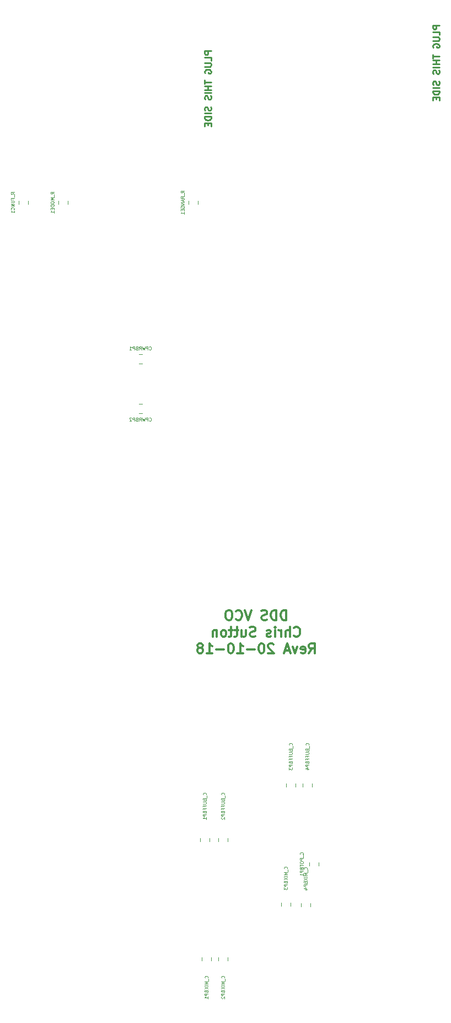
<source format=gbr>
G04 #@! TF.GenerationSoftware,KiCad,Pcbnew,(5.0.0)*
G04 #@! TF.CreationDate,2018-10-20T19:08:45+01:00*
G04 #@! TF.ProjectId,AD9833FunctionGenerator,41443938333346756E6374696F6E4765,rev?*
G04 #@! TF.SameCoordinates,Original*
G04 #@! TF.FileFunction,Legend,Bot*
G04 #@! TF.FilePolarity,Positive*
%FSLAX46Y46*%
G04 Gerber Fmt 4.6, Leading zero omitted, Abs format (unit mm)*
G04 Created by KiCad (PCBNEW (5.0.0)) date 10/20/18 19:08:45*
%MOMM*%
%LPD*%
G01*
G04 APERTURE LIST*
%ADD10C,0.300000*%
%ADD11C,0.250000*%
%ADD12C,0.120000*%
%ADD13C,0.050000*%
G04 APERTURE END LIST*
D10*
X98587142Y-161958571D02*
X98587142Y-160458571D01*
X98230000Y-160458571D01*
X98015714Y-160530000D01*
X97872857Y-160672857D01*
X97801428Y-160815714D01*
X97730000Y-161101428D01*
X97730000Y-161315714D01*
X97801428Y-161601428D01*
X97872857Y-161744285D01*
X98015714Y-161887142D01*
X98230000Y-161958571D01*
X98587142Y-161958571D01*
X97087142Y-161958571D02*
X97087142Y-160458571D01*
X96730000Y-160458571D01*
X96515714Y-160530000D01*
X96372857Y-160672857D01*
X96301428Y-160815714D01*
X96230000Y-161101428D01*
X96230000Y-161315714D01*
X96301428Y-161601428D01*
X96372857Y-161744285D01*
X96515714Y-161887142D01*
X96730000Y-161958571D01*
X97087142Y-161958571D01*
X95658571Y-161887142D02*
X95444285Y-161958571D01*
X95087142Y-161958571D01*
X94944285Y-161887142D01*
X94872857Y-161815714D01*
X94801428Y-161672857D01*
X94801428Y-161530000D01*
X94872857Y-161387142D01*
X94944285Y-161315714D01*
X95087142Y-161244285D01*
X95372857Y-161172857D01*
X95515714Y-161101428D01*
X95587142Y-161030000D01*
X95658571Y-160887142D01*
X95658571Y-160744285D01*
X95587142Y-160601428D01*
X95515714Y-160530000D01*
X95372857Y-160458571D01*
X95015714Y-160458571D01*
X94801428Y-160530000D01*
X93230000Y-160458571D02*
X92730000Y-161958571D01*
X92230000Y-160458571D01*
X90872857Y-161815714D02*
X90944285Y-161887142D01*
X91158571Y-161958571D01*
X91301428Y-161958571D01*
X91515714Y-161887142D01*
X91658571Y-161744285D01*
X91730000Y-161601428D01*
X91801428Y-161315714D01*
X91801428Y-161101428D01*
X91730000Y-160815714D01*
X91658571Y-160672857D01*
X91515714Y-160530000D01*
X91301428Y-160458571D01*
X91158571Y-160458571D01*
X90944285Y-160530000D01*
X90872857Y-160601428D01*
X89944285Y-160458571D02*
X89658571Y-160458571D01*
X89515714Y-160530000D01*
X89372857Y-160672857D01*
X89301428Y-160958571D01*
X89301428Y-161458571D01*
X89372857Y-161744285D01*
X89515714Y-161887142D01*
X89658571Y-161958571D01*
X89944285Y-161958571D01*
X90087142Y-161887142D01*
X90230000Y-161744285D01*
X90301428Y-161458571D01*
X90301428Y-160958571D01*
X90230000Y-160672857D01*
X90087142Y-160530000D01*
X89944285Y-160458571D01*
X99801428Y-164365714D02*
X99872857Y-164437142D01*
X100087142Y-164508571D01*
X100230000Y-164508571D01*
X100444285Y-164437142D01*
X100587142Y-164294285D01*
X100658571Y-164151428D01*
X100730000Y-163865714D01*
X100730000Y-163651428D01*
X100658571Y-163365714D01*
X100587142Y-163222857D01*
X100444285Y-163080000D01*
X100230000Y-163008571D01*
X100087142Y-163008571D01*
X99872857Y-163080000D01*
X99801428Y-163151428D01*
X99158571Y-164508571D02*
X99158571Y-163008571D01*
X98515714Y-164508571D02*
X98515714Y-163722857D01*
X98587142Y-163580000D01*
X98730000Y-163508571D01*
X98944285Y-163508571D01*
X99087142Y-163580000D01*
X99158571Y-163651428D01*
X97801428Y-164508571D02*
X97801428Y-163508571D01*
X97801428Y-163794285D02*
X97730000Y-163651428D01*
X97658571Y-163580000D01*
X97515714Y-163508571D01*
X97372857Y-163508571D01*
X96872857Y-164508571D02*
X96872857Y-163508571D01*
X96872857Y-163008571D02*
X96944285Y-163080000D01*
X96872857Y-163151428D01*
X96801428Y-163080000D01*
X96872857Y-163008571D01*
X96872857Y-163151428D01*
X96230000Y-164437142D02*
X96087142Y-164508571D01*
X95801428Y-164508571D01*
X95658571Y-164437142D01*
X95587142Y-164294285D01*
X95587142Y-164222857D01*
X95658571Y-164080000D01*
X95801428Y-164008571D01*
X96015714Y-164008571D01*
X96158571Y-163937142D01*
X96230000Y-163794285D01*
X96230000Y-163722857D01*
X96158571Y-163580000D01*
X96015714Y-163508571D01*
X95801428Y-163508571D01*
X95658571Y-163580000D01*
X93872857Y-164437142D02*
X93658571Y-164508571D01*
X93301428Y-164508571D01*
X93158571Y-164437142D01*
X93087142Y-164365714D01*
X93015714Y-164222857D01*
X93015714Y-164080000D01*
X93087142Y-163937142D01*
X93158571Y-163865714D01*
X93301428Y-163794285D01*
X93587142Y-163722857D01*
X93730000Y-163651428D01*
X93801428Y-163580000D01*
X93872857Y-163437142D01*
X93872857Y-163294285D01*
X93801428Y-163151428D01*
X93730000Y-163080000D01*
X93587142Y-163008571D01*
X93230000Y-163008571D01*
X93015714Y-163080000D01*
X91730000Y-163508571D02*
X91730000Y-164508571D01*
X92372857Y-163508571D02*
X92372857Y-164294285D01*
X92301428Y-164437142D01*
X92158571Y-164508571D01*
X91944285Y-164508571D01*
X91801428Y-164437142D01*
X91730000Y-164365714D01*
X91230000Y-163508571D02*
X90658571Y-163508571D01*
X91015714Y-163008571D02*
X91015714Y-164294285D01*
X90944285Y-164437142D01*
X90801428Y-164508571D01*
X90658571Y-164508571D01*
X90372857Y-163508571D02*
X89801428Y-163508571D01*
X90158571Y-163008571D02*
X90158571Y-164294285D01*
X90087142Y-164437142D01*
X89944285Y-164508571D01*
X89801428Y-164508571D01*
X89087142Y-164508571D02*
X89230000Y-164437142D01*
X89301428Y-164365714D01*
X89372857Y-164222857D01*
X89372857Y-163794285D01*
X89301428Y-163651428D01*
X89230000Y-163580000D01*
X89087142Y-163508571D01*
X88872857Y-163508571D01*
X88730000Y-163580000D01*
X88658571Y-163651428D01*
X88587142Y-163794285D01*
X88587142Y-164222857D01*
X88658571Y-164365714D01*
X88730000Y-164437142D01*
X88872857Y-164508571D01*
X89087142Y-164508571D01*
X87944285Y-163508571D02*
X87944285Y-164508571D01*
X87944285Y-163651428D02*
X87872857Y-163580000D01*
X87730000Y-163508571D01*
X87515714Y-163508571D01*
X87372857Y-163580000D01*
X87301428Y-163722857D01*
X87301428Y-164508571D01*
X102087142Y-167058571D02*
X102587142Y-166344285D01*
X102944285Y-167058571D02*
X102944285Y-165558571D01*
X102372857Y-165558571D01*
X102230000Y-165630000D01*
X102158571Y-165701428D01*
X102087142Y-165844285D01*
X102087142Y-166058571D01*
X102158571Y-166201428D01*
X102230000Y-166272857D01*
X102372857Y-166344285D01*
X102944285Y-166344285D01*
X100872857Y-166987142D02*
X101015714Y-167058571D01*
X101301428Y-167058571D01*
X101444285Y-166987142D01*
X101515714Y-166844285D01*
X101515714Y-166272857D01*
X101444285Y-166130000D01*
X101301428Y-166058571D01*
X101015714Y-166058571D01*
X100872857Y-166130000D01*
X100801428Y-166272857D01*
X100801428Y-166415714D01*
X101515714Y-166558571D01*
X100301428Y-166058571D02*
X99944285Y-167058571D01*
X99587142Y-166058571D01*
X99087142Y-166630000D02*
X98372857Y-166630000D01*
X99230000Y-167058571D02*
X98730000Y-165558571D01*
X98230000Y-167058571D01*
X96658571Y-165701428D02*
X96587142Y-165630000D01*
X96444285Y-165558571D01*
X96087142Y-165558571D01*
X95944285Y-165630000D01*
X95872857Y-165701428D01*
X95801428Y-165844285D01*
X95801428Y-165987142D01*
X95872857Y-166201428D01*
X96730000Y-167058571D01*
X95801428Y-167058571D01*
X94872857Y-165558571D02*
X94730000Y-165558571D01*
X94587142Y-165630000D01*
X94515714Y-165701428D01*
X94444285Y-165844285D01*
X94372857Y-166130000D01*
X94372857Y-166487142D01*
X94444285Y-166772857D01*
X94515714Y-166915714D01*
X94587142Y-166987142D01*
X94730000Y-167058571D01*
X94872857Y-167058571D01*
X95015714Y-166987142D01*
X95087142Y-166915714D01*
X95158571Y-166772857D01*
X95230000Y-166487142D01*
X95230000Y-166130000D01*
X95158571Y-165844285D01*
X95087142Y-165701428D01*
X95015714Y-165630000D01*
X94872857Y-165558571D01*
X93730000Y-166487142D02*
X92587142Y-166487142D01*
X91087142Y-167058571D02*
X91944285Y-167058571D01*
X91515714Y-167058571D02*
X91515714Y-165558571D01*
X91658571Y-165772857D01*
X91801428Y-165915714D01*
X91944285Y-165987142D01*
X90158571Y-165558571D02*
X90015714Y-165558571D01*
X89872857Y-165630000D01*
X89801428Y-165701428D01*
X89730000Y-165844285D01*
X89658571Y-166130000D01*
X89658571Y-166487142D01*
X89730000Y-166772857D01*
X89801428Y-166915714D01*
X89872857Y-166987142D01*
X90015714Y-167058571D01*
X90158571Y-167058571D01*
X90301428Y-166987142D01*
X90372857Y-166915714D01*
X90444285Y-166772857D01*
X90515714Y-166487142D01*
X90515714Y-166130000D01*
X90444285Y-165844285D01*
X90372857Y-165701428D01*
X90301428Y-165630000D01*
X90158571Y-165558571D01*
X89015714Y-166487142D02*
X87872857Y-166487142D01*
X86372857Y-167058571D02*
X87230000Y-167058571D01*
X86801428Y-167058571D02*
X86801428Y-165558571D01*
X86944285Y-165772857D01*
X87087142Y-165915714D01*
X87230000Y-165987142D01*
X85515714Y-166201428D02*
X85658571Y-166130000D01*
X85730000Y-166058571D01*
X85801428Y-165915714D01*
X85801428Y-165844285D01*
X85730000Y-165701428D01*
X85658571Y-165630000D01*
X85515714Y-165558571D01*
X85230000Y-165558571D01*
X85087142Y-165630000D01*
X85015714Y-165701428D01*
X84944285Y-165844285D01*
X84944285Y-165915714D01*
X85015714Y-166058571D01*
X85087142Y-166130000D01*
X85230000Y-166201428D01*
X85515714Y-166201428D01*
X85658571Y-166272857D01*
X85730000Y-166344285D01*
X85801428Y-166487142D01*
X85801428Y-166772857D01*
X85730000Y-166915714D01*
X85658571Y-166987142D01*
X85515714Y-167058571D01*
X85230000Y-167058571D01*
X85087142Y-166987142D01*
X85015714Y-166915714D01*
X84944285Y-166772857D01*
X84944285Y-166487142D01*
X85015714Y-166344285D01*
X85087142Y-166272857D01*
X85230000Y-166201428D01*
D11*
X87066380Y-74652904D02*
X86066380Y-74652904D01*
X86066380Y-75033857D01*
X86114000Y-75129095D01*
X86161619Y-75176714D01*
X86256857Y-75224333D01*
X86399714Y-75224333D01*
X86494952Y-75176714D01*
X86542571Y-75129095D01*
X86590190Y-75033857D01*
X86590190Y-74652904D01*
X87066380Y-76129095D02*
X87066380Y-75652904D01*
X86066380Y-75652904D01*
X86066380Y-76462428D02*
X86875904Y-76462428D01*
X86971142Y-76510047D01*
X87018761Y-76557666D01*
X87066380Y-76652904D01*
X87066380Y-76843380D01*
X87018761Y-76938619D01*
X86971142Y-76986238D01*
X86875904Y-77033857D01*
X86066380Y-77033857D01*
X86114000Y-78033857D02*
X86066380Y-77938619D01*
X86066380Y-77795761D01*
X86114000Y-77652904D01*
X86209238Y-77557666D01*
X86304476Y-77510047D01*
X86494952Y-77462428D01*
X86637809Y-77462428D01*
X86828285Y-77510047D01*
X86923523Y-77557666D01*
X87018761Y-77652904D01*
X87066380Y-77795761D01*
X87066380Y-77891000D01*
X87018761Y-78033857D01*
X86971142Y-78081476D01*
X86637809Y-78081476D01*
X86637809Y-77891000D01*
X86066380Y-79129095D02*
X86066380Y-79700523D01*
X87066380Y-79414809D02*
X86066380Y-79414809D01*
X87066380Y-80033857D02*
X86066380Y-80033857D01*
X86542571Y-80033857D02*
X86542571Y-80605285D01*
X87066380Y-80605285D02*
X86066380Y-80605285D01*
X87066380Y-81081476D02*
X86066380Y-81081476D01*
X87018761Y-81510047D02*
X87066380Y-81652904D01*
X87066380Y-81891000D01*
X87018761Y-81986238D01*
X86971142Y-82033857D01*
X86875904Y-82081476D01*
X86780666Y-82081476D01*
X86685428Y-82033857D01*
X86637809Y-81986238D01*
X86590190Y-81891000D01*
X86542571Y-81700523D01*
X86494952Y-81605285D01*
X86447333Y-81557666D01*
X86352095Y-81510047D01*
X86256857Y-81510047D01*
X86161619Y-81557666D01*
X86114000Y-81605285D01*
X86066380Y-81700523D01*
X86066380Y-81938619D01*
X86114000Y-82081476D01*
X87018761Y-83224333D02*
X87066380Y-83367190D01*
X87066380Y-83605285D01*
X87018761Y-83700523D01*
X86971142Y-83748142D01*
X86875904Y-83795761D01*
X86780666Y-83795761D01*
X86685428Y-83748142D01*
X86637809Y-83700523D01*
X86590190Y-83605285D01*
X86542571Y-83414809D01*
X86494952Y-83319571D01*
X86447333Y-83271952D01*
X86352095Y-83224333D01*
X86256857Y-83224333D01*
X86161619Y-83271952D01*
X86114000Y-83319571D01*
X86066380Y-83414809D01*
X86066380Y-83652904D01*
X86114000Y-83795761D01*
X87066380Y-84224333D02*
X86066380Y-84224333D01*
X87066380Y-84700523D02*
X86066380Y-84700523D01*
X86066380Y-84938619D01*
X86114000Y-85081476D01*
X86209238Y-85176714D01*
X86304476Y-85224333D01*
X86494952Y-85271952D01*
X86637809Y-85271952D01*
X86828285Y-85224333D01*
X86923523Y-85176714D01*
X87018761Y-85081476D01*
X87066380Y-84938619D01*
X87066380Y-84700523D01*
X86542571Y-85700523D02*
X86542571Y-86033857D01*
X87066380Y-86176714D02*
X87066380Y-85700523D01*
X86066380Y-85700523D01*
X86066380Y-86176714D01*
X122118380Y-70715904D02*
X121118380Y-70715904D01*
X121118380Y-71096857D01*
X121166000Y-71192095D01*
X121213619Y-71239714D01*
X121308857Y-71287333D01*
X121451714Y-71287333D01*
X121546952Y-71239714D01*
X121594571Y-71192095D01*
X121642190Y-71096857D01*
X121642190Y-70715904D01*
X122118380Y-72192095D02*
X122118380Y-71715904D01*
X121118380Y-71715904D01*
X121118380Y-72525428D02*
X121927904Y-72525428D01*
X122023142Y-72573047D01*
X122070761Y-72620666D01*
X122118380Y-72715904D01*
X122118380Y-72906380D01*
X122070761Y-73001619D01*
X122023142Y-73049238D01*
X121927904Y-73096857D01*
X121118380Y-73096857D01*
X121166000Y-74096857D02*
X121118380Y-74001619D01*
X121118380Y-73858761D01*
X121166000Y-73715904D01*
X121261238Y-73620666D01*
X121356476Y-73573047D01*
X121546952Y-73525428D01*
X121689809Y-73525428D01*
X121880285Y-73573047D01*
X121975523Y-73620666D01*
X122070761Y-73715904D01*
X122118380Y-73858761D01*
X122118380Y-73954000D01*
X122070761Y-74096857D01*
X122023142Y-74144476D01*
X121689809Y-74144476D01*
X121689809Y-73954000D01*
X121118380Y-75192095D02*
X121118380Y-75763523D01*
X122118380Y-75477809D02*
X121118380Y-75477809D01*
X122118380Y-76096857D02*
X121118380Y-76096857D01*
X121594571Y-76096857D02*
X121594571Y-76668285D01*
X122118380Y-76668285D02*
X121118380Y-76668285D01*
X122118380Y-77144476D02*
X121118380Y-77144476D01*
X122070761Y-77573047D02*
X122118380Y-77715904D01*
X122118380Y-77954000D01*
X122070761Y-78049238D01*
X122023142Y-78096857D01*
X121927904Y-78144476D01*
X121832666Y-78144476D01*
X121737428Y-78096857D01*
X121689809Y-78049238D01*
X121642190Y-77954000D01*
X121594571Y-77763523D01*
X121546952Y-77668285D01*
X121499333Y-77620666D01*
X121404095Y-77573047D01*
X121308857Y-77573047D01*
X121213619Y-77620666D01*
X121166000Y-77668285D01*
X121118380Y-77763523D01*
X121118380Y-78001619D01*
X121166000Y-78144476D01*
X122070761Y-79287333D02*
X122118380Y-79430190D01*
X122118380Y-79668285D01*
X122070761Y-79763523D01*
X122023142Y-79811142D01*
X121927904Y-79858761D01*
X121832666Y-79858761D01*
X121737428Y-79811142D01*
X121689809Y-79763523D01*
X121642190Y-79668285D01*
X121594571Y-79477809D01*
X121546952Y-79382571D01*
X121499333Y-79334952D01*
X121404095Y-79287333D01*
X121308857Y-79287333D01*
X121213619Y-79334952D01*
X121166000Y-79382571D01*
X121118380Y-79477809D01*
X121118380Y-79715904D01*
X121166000Y-79858761D01*
X122118380Y-80287333D02*
X121118380Y-80287333D01*
X122118380Y-80763523D02*
X121118380Y-80763523D01*
X121118380Y-81001619D01*
X121166000Y-81144476D01*
X121261238Y-81239714D01*
X121356476Y-81287333D01*
X121546952Y-81334952D01*
X121689809Y-81334952D01*
X121880285Y-81287333D01*
X121975523Y-81239714D01*
X122070761Y-81144476D01*
X122118380Y-81001619D01*
X122118380Y-80763523D01*
X121594571Y-81763523D02*
X121594571Y-82096857D01*
X122118380Y-82239714D02*
X122118380Y-81763523D01*
X121118380Y-81763523D01*
X121118380Y-82239714D01*
D12*
G04 #@! TO.C,R_RANGE1*
X83618000Y-97619446D02*
X83618000Y-98141950D01*
X85038000Y-97619446D02*
X85038000Y-98141950D01*
G04 #@! TO.C,C_BUFFBP1*
X85396000Y-195433225D02*
X85396000Y-195955729D01*
X86816000Y-195433225D02*
X86816000Y-195955729D01*
G04 #@! TO.C,R_MODE1*
X65045681Y-97619446D02*
X65045681Y-98141950D01*
X63625681Y-97619446D02*
X63625681Y-98141950D01*
G04 #@! TO.C,C_POTBP1*
X103580000Y-199651252D02*
X103580000Y-199128748D01*
X102160000Y-199651252D02*
X102160000Y-199128748D01*
G04 #@! TO.C,C_BUFFBP2*
X89610000Y-195433225D02*
X89610000Y-195955729D01*
X88190000Y-195433225D02*
X88190000Y-195955729D01*
G04 #@! TO.C,C_BUFFBP3*
X100024000Y-187586252D02*
X100024000Y-187063748D01*
X98604000Y-187586252D02*
X98604000Y-187063748D01*
G04 #@! TO.C,C_BUFFBP4*
X101144000Y-187586252D02*
X101144000Y-187063748D01*
X102564000Y-187586252D02*
X102564000Y-187063748D01*
G04 #@! TO.C,C_MIXBP1*
X85650000Y-213733748D02*
X85650000Y-214256252D01*
X87070000Y-213733748D02*
X87070000Y-214256252D01*
G04 #@! TO.C,C_MIXBP2*
X88190000Y-213733748D02*
X88190000Y-214256252D01*
X89610000Y-213733748D02*
X89610000Y-214256252D01*
G04 #@! TO.C,C_MIXBP3*
X97842000Y-205874252D02*
X97842000Y-205351748D01*
X99262000Y-205874252D02*
X99262000Y-205351748D01*
G04 #@! TO.C,C_MIXBP4*
X100890000Y-205950870D02*
X100890000Y-205428366D01*
X102310000Y-205950870D02*
X102310000Y-205428366D01*
G04 #@! TO.C,R_FUNC1*
X57529681Y-97619446D02*
X57529681Y-98141950D01*
X58949681Y-97619446D02*
X58949681Y-98141950D01*
G04 #@! TO.C,CPWRBP1*
X76461252Y-121210000D02*
X75938748Y-121210000D01*
X76461252Y-122630000D02*
X75938748Y-122630000D01*
G04 #@! TO.C,CPWRBP2*
X75938748Y-128830000D02*
X76461252Y-128830000D01*
X75938748Y-130250000D02*
X76461252Y-130250000D01*
G04 #@! TO.C,R_RANGE1*
D13*
X82904190Y-96404507D02*
X82666095Y-96237840D01*
X82904190Y-96118793D02*
X82404190Y-96118793D01*
X82404190Y-96309269D01*
X82428000Y-96356888D01*
X82451809Y-96380698D01*
X82499428Y-96404507D01*
X82570857Y-96404507D01*
X82618476Y-96380698D01*
X82642285Y-96356888D01*
X82666095Y-96309269D01*
X82666095Y-96118793D01*
X82951809Y-96499745D02*
X82951809Y-96880698D01*
X82904190Y-97285459D02*
X82666095Y-97118793D01*
X82904190Y-96999745D02*
X82404190Y-96999745D01*
X82404190Y-97190221D01*
X82428000Y-97237840D01*
X82451809Y-97261650D01*
X82499428Y-97285459D01*
X82570857Y-97285459D01*
X82618476Y-97261650D01*
X82642285Y-97237840D01*
X82666095Y-97190221D01*
X82666095Y-96999745D01*
X82761333Y-97475936D02*
X82761333Y-97714031D01*
X82904190Y-97428317D02*
X82404190Y-97594983D01*
X82904190Y-97761650D01*
X82904190Y-97928317D02*
X82404190Y-97928317D01*
X82904190Y-98214031D01*
X82404190Y-98214031D01*
X82428000Y-98714031D02*
X82404190Y-98666412D01*
X82404190Y-98594983D01*
X82428000Y-98523555D01*
X82475619Y-98475936D01*
X82523238Y-98452126D01*
X82618476Y-98428317D01*
X82689904Y-98428317D01*
X82785142Y-98452126D01*
X82832761Y-98475936D01*
X82880380Y-98523555D01*
X82904190Y-98594983D01*
X82904190Y-98642602D01*
X82880380Y-98714031D01*
X82856571Y-98737840D01*
X82689904Y-98737840D01*
X82689904Y-98642602D01*
X82642285Y-98952126D02*
X82642285Y-99118793D01*
X82904190Y-99190221D02*
X82904190Y-98952126D01*
X82404190Y-98952126D01*
X82404190Y-99190221D01*
X82904190Y-99666412D02*
X82904190Y-99380698D01*
X82904190Y-99523555D02*
X82404190Y-99523555D01*
X82475619Y-99475936D01*
X82523238Y-99428317D01*
X82547047Y-99380698D01*
G04 #@! TO.C,C_BUFFBP1*
X86284571Y-188785714D02*
X86308380Y-188761904D01*
X86332190Y-188690476D01*
X86332190Y-188642857D01*
X86308380Y-188571428D01*
X86260761Y-188523809D01*
X86213142Y-188500000D01*
X86117904Y-188476190D01*
X86046476Y-188476190D01*
X85951238Y-188500000D01*
X85903619Y-188523809D01*
X85856000Y-188571428D01*
X85832190Y-188642857D01*
X85832190Y-188690476D01*
X85856000Y-188761904D01*
X85879809Y-188785714D01*
X86379809Y-188880952D02*
X86379809Y-189261904D01*
X86070285Y-189547619D02*
X86094095Y-189619047D01*
X86117904Y-189642857D01*
X86165523Y-189666666D01*
X86236952Y-189666666D01*
X86284571Y-189642857D01*
X86308380Y-189619047D01*
X86332190Y-189571428D01*
X86332190Y-189380952D01*
X85832190Y-189380952D01*
X85832190Y-189547619D01*
X85856000Y-189595238D01*
X85879809Y-189619047D01*
X85927428Y-189642857D01*
X85975047Y-189642857D01*
X86022666Y-189619047D01*
X86046476Y-189595238D01*
X86070285Y-189547619D01*
X86070285Y-189380952D01*
X85832190Y-189880952D02*
X86236952Y-189880952D01*
X86284571Y-189904761D01*
X86308380Y-189928571D01*
X86332190Y-189976190D01*
X86332190Y-190071428D01*
X86308380Y-190119047D01*
X86284571Y-190142857D01*
X86236952Y-190166666D01*
X85832190Y-190166666D01*
X86070285Y-190571428D02*
X86070285Y-190404761D01*
X86332190Y-190404761D02*
X85832190Y-190404761D01*
X85832190Y-190642857D01*
X86070285Y-191000000D02*
X86070285Y-190833333D01*
X86332190Y-190833333D02*
X85832190Y-190833333D01*
X85832190Y-191071428D01*
X86070285Y-191428571D02*
X86094095Y-191500000D01*
X86117904Y-191523809D01*
X86165523Y-191547619D01*
X86236952Y-191547619D01*
X86284571Y-191523809D01*
X86308380Y-191500000D01*
X86332190Y-191452380D01*
X86332190Y-191261904D01*
X85832190Y-191261904D01*
X85832190Y-191428571D01*
X85856000Y-191476190D01*
X85879809Y-191500000D01*
X85927428Y-191523809D01*
X85975047Y-191523809D01*
X86022666Y-191500000D01*
X86046476Y-191476190D01*
X86070285Y-191428571D01*
X86070285Y-191261904D01*
X86332190Y-191761904D02*
X85832190Y-191761904D01*
X85832190Y-191952380D01*
X85856000Y-192000000D01*
X85879809Y-192023809D01*
X85927428Y-192047619D01*
X85998857Y-192047619D01*
X86046476Y-192023809D01*
X86070285Y-192000000D01*
X86094095Y-191952380D01*
X86094095Y-191761904D01*
X86332190Y-192523809D02*
X86332190Y-192238095D01*
X86332190Y-192380952D02*
X85832190Y-192380952D01*
X85903619Y-192333333D01*
X85951238Y-192285714D01*
X85975047Y-192238095D01*
G04 #@! TO.C,R_MODE1*
X62911871Y-96583078D02*
X62673776Y-96416412D01*
X62911871Y-96297364D02*
X62411871Y-96297364D01*
X62411871Y-96487840D01*
X62435681Y-96535459D01*
X62459490Y-96559269D01*
X62507109Y-96583078D01*
X62578538Y-96583078D01*
X62626157Y-96559269D01*
X62649966Y-96535459D01*
X62673776Y-96487840D01*
X62673776Y-96297364D01*
X62959490Y-96678317D02*
X62959490Y-97059269D01*
X62911871Y-97178317D02*
X62411871Y-97178317D01*
X62769014Y-97344983D01*
X62411871Y-97511650D01*
X62911871Y-97511650D01*
X62411871Y-97844983D02*
X62411871Y-97940221D01*
X62435681Y-97987840D01*
X62483300Y-98035459D01*
X62578538Y-98059269D01*
X62745204Y-98059269D01*
X62840442Y-98035459D01*
X62888061Y-97987840D01*
X62911871Y-97940221D01*
X62911871Y-97844983D01*
X62888061Y-97797364D01*
X62840442Y-97749745D01*
X62745204Y-97725936D01*
X62578538Y-97725936D01*
X62483300Y-97749745D01*
X62435681Y-97797364D01*
X62411871Y-97844983D01*
X62911871Y-98273555D02*
X62411871Y-98273555D01*
X62411871Y-98392602D01*
X62435681Y-98464031D01*
X62483300Y-98511650D01*
X62530919Y-98535459D01*
X62626157Y-98559269D01*
X62697585Y-98559269D01*
X62792823Y-98535459D01*
X62840442Y-98511650D01*
X62888061Y-98464031D01*
X62911871Y-98392602D01*
X62911871Y-98273555D01*
X62649966Y-98773555D02*
X62649966Y-98940221D01*
X62911871Y-99011650D02*
X62911871Y-98773555D01*
X62411871Y-98773555D01*
X62411871Y-99011650D01*
X62911871Y-99487840D02*
X62911871Y-99202126D01*
X62911871Y-99344983D02*
X62411871Y-99344983D01*
X62483300Y-99297364D01*
X62530919Y-99249745D01*
X62554728Y-99202126D01*
G04 #@! TO.C,C_POTBP1*
X101143571Y-197913809D02*
X101167380Y-197890000D01*
X101191190Y-197818571D01*
X101191190Y-197770952D01*
X101167380Y-197699523D01*
X101119761Y-197651904D01*
X101072142Y-197628095D01*
X100976904Y-197604285D01*
X100905476Y-197604285D01*
X100810238Y-197628095D01*
X100762619Y-197651904D01*
X100715000Y-197699523D01*
X100691190Y-197770952D01*
X100691190Y-197818571D01*
X100715000Y-197890000D01*
X100738809Y-197913809D01*
X101238809Y-198009047D02*
X101238809Y-198390000D01*
X101191190Y-198509047D02*
X100691190Y-198509047D01*
X100691190Y-198699523D01*
X100715000Y-198747142D01*
X100738809Y-198770952D01*
X100786428Y-198794761D01*
X100857857Y-198794761D01*
X100905476Y-198770952D01*
X100929285Y-198747142D01*
X100953095Y-198699523D01*
X100953095Y-198509047D01*
X100691190Y-199104285D02*
X100691190Y-199199523D01*
X100715000Y-199247142D01*
X100762619Y-199294761D01*
X100857857Y-199318571D01*
X101024523Y-199318571D01*
X101119761Y-199294761D01*
X101167380Y-199247142D01*
X101191190Y-199199523D01*
X101191190Y-199104285D01*
X101167380Y-199056666D01*
X101119761Y-199009047D01*
X101024523Y-198985238D01*
X100857857Y-198985238D01*
X100762619Y-199009047D01*
X100715000Y-199056666D01*
X100691190Y-199104285D01*
X100691190Y-199461428D02*
X100691190Y-199747142D01*
X101191190Y-199604285D02*
X100691190Y-199604285D01*
X100929285Y-200080476D02*
X100953095Y-200151904D01*
X100976904Y-200175714D01*
X101024523Y-200199523D01*
X101095952Y-200199523D01*
X101143571Y-200175714D01*
X101167380Y-200151904D01*
X101191190Y-200104285D01*
X101191190Y-199913809D01*
X100691190Y-199913809D01*
X100691190Y-200080476D01*
X100715000Y-200128095D01*
X100738809Y-200151904D01*
X100786428Y-200175714D01*
X100834047Y-200175714D01*
X100881666Y-200151904D01*
X100905476Y-200128095D01*
X100929285Y-200080476D01*
X100929285Y-199913809D01*
X101191190Y-200413809D02*
X100691190Y-200413809D01*
X100691190Y-200604285D01*
X100715000Y-200651904D01*
X100738809Y-200675714D01*
X100786428Y-200699523D01*
X100857857Y-200699523D01*
X100905476Y-200675714D01*
X100929285Y-200651904D01*
X100953095Y-200604285D01*
X100953095Y-200413809D01*
X101191190Y-201175714D02*
X101191190Y-200890000D01*
X101191190Y-201032857D02*
X100691190Y-201032857D01*
X100762619Y-200985238D01*
X100810238Y-200937619D01*
X100834047Y-200890000D01*
G04 #@! TO.C,C_BUFFBP2*
X89078571Y-188785714D02*
X89102380Y-188761904D01*
X89126190Y-188690476D01*
X89126190Y-188642857D01*
X89102380Y-188571428D01*
X89054761Y-188523809D01*
X89007142Y-188500000D01*
X88911904Y-188476190D01*
X88840476Y-188476190D01*
X88745238Y-188500000D01*
X88697619Y-188523809D01*
X88650000Y-188571428D01*
X88626190Y-188642857D01*
X88626190Y-188690476D01*
X88650000Y-188761904D01*
X88673809Y-188785714D01*
X89173809Y-188880952D02*
X89173809Y-189261904D01*
X88864285Y-189547619D02*
X88888095Y-189619047D01*
X88911904Y-189642857D01*
X88959523Y-189666666D01*
X89030952Y-189666666D01*
X89078571Y-189642857D01*
X89102380Y-189619047D01*
X89126190Y-189571428D01*
X89126190Y-189380952D01*
X88626190Y-189380952D01*
X88626190Y-189547619D01*
X88650000Y-189595238D01*
X88673809Y-189619047D01*
X88721428Y-189642857D01*
X88769047Y-189642857D01*
X88816666Y-189619047D01*
X88840476Y-189595238D01*
X88864285Y-189547619D01*
X88864285Y-189380952D01*
X88626190Y-189880952D02*
X89030952Y-189880952D01*
X89078571Y-189904761D01*
X89102380Y-189928571D01*
X89126190Y-189976190D01*
X89126190Y-190071428D01*
X89102380Y-190119047D01*
X89078571Y-190142857D01*
X89030952Y-190166666D01*
X88626190Y-190166666D01*
X88864285Y-190571428D02*
X88864285Y-190404761D01*
X89126190Y-190404761D02*
X88626190Y-190404761D01*
X88626190Y-190642857D01*
X88864285Y-191000000D02*
X88864285Y-190833333D01*
X89126190Y-190833333D02*
X88626190Y-190833333D01*
X88626190Y-191071428D01*
X88864285Y-191428571D02*
X88888095Y-191500000D01*
X88911904Y-191523809D01*
X88959523Y-191547619D01*
X89030952Y-191547619D01*
X89078571Y-191523809D01*
X89102380Y-191500000D01*
X89126190Y-191452380D01*
X89126190Y-191261904D01*
X88626190Y-191261904D01*
X88626190Y-191428571D01*
X88650000Y-191476190D01*
X88673809Y-191500000D01*
X88721428Y-191523809D01*
X88769047Y-191523809D01*
X88816666Y-191500000D01*
X88840476Y-191476190D01*
X88864285Y-191428571D01*
X88864285Y-191261904D01*
X89126190Y-191761904D02*
X88626190Y-191761904D01*
X88626190Y-191952380D01*
X88650000Y-192000000D01*
X88673809Y-192023809D01*
X88721428Y-192047619D01*
X88792857Y-192047619D01*
X88840476Y-192023809D01*
X88864285Y-192000000D01*
X88888095Y-191952380D01*
X88888095Y-191761904D01*
X88673809Y-192238095D02*
X88650000Y-192261904D01*
X88626190Y-192309523D01*
X88626190Y-192428571D01*
X88650000Y-192476190D01*
X88673809Y-192500000D01*
X88721428Y-192523809D01*
X88769047Y-192523809D01*
X88840476Y-192500000D01*
X89126190Y-192214285D01*
X89126190Y-192523809D01*
G04 #@! TO.C,C_BUFFBP3*
X99492571Y-181165714D02*
X99516380Y-181141904D01*
X99540190Y-181070476D01*
X99540190Y-181022857D01*
X99516380Y-180951428D01*
X99468761Y-180903809D01*
X99421142Y-180880000D01*
X99325904Y-180856190D01*
X99254476Y-180856190D01*
X99159238Y-180880000D01*
X99111619Y-180903809D01*
X99064000Y-180951428D01*
X99040190Y-181022857D01*
X99040190Y-181070476D01*
X99064000Y-181141904D01*
X99087809Y-181165714D01*
X99587809Y-181260952D02*
X99587809Y-181641904D01*
X99278285Y-181927619D02*
X99302095Y-181999047D01*
X99325904Y-182022857D01*
X99373523Y-182046666D01*
X99444952Y-182046666D01*
X99492571Y-182022857D01*
X99516380Y-181999047D01*
X99540190Y-181951428D01*
X99540190Y-181760952D01*
X99040190Y-181760952D01*
X99040190Y-181927619D01*
X99064000Y-181975238D01*
X99087809Y-181999047D01*
X99135428Y-182022857D01*
X99183047Y-182022857D01*
X99230666Y-181999047D01*
X99254476Y-181975238D01*
X99278285Y-181927619D01*
X99278285Y-181760952D01*
X99040190Y-182260952D02*
X99444952Y-182260952D01*
X99492571Y-182284761D01*
X99516380Y-182308571D01*
X99540190Y-182356190D01*
X99540190Y-182451428D01*
X99516380Y-182499047D01*
X99492571Y-182522857D01*
X99444952Y-182546666D01*
X99040190Y-182546666D01*
X99278285Y-182951428D02*
X99278285Y-182784761D01*
X99540190Y-182784761D02*
X99040190Y-182784761D01*
X99040190Y-183022857D01*
X99278285Y-183380000D02*
X99278285Y-183213333D01*
X99540190Y-183213333D02*
X99040190Y-183213333D01*
X99040190Y-183451428D01*
X99278285Y-183808571D02*
X99302095Y-183880000D01*
X99325904Y-183903809D01*
X99373523Y-183927619D01*
X99444952Y-183927619D01*
X99492571Y-183903809D01*
X99516380Y-183880000D01*
X99540190Y-183832380D01*
X99540190Y-183641904D01*
X99040190Y-183641904D01*
X99040190Y-183808571D01*
X99064000Y-183856190D01*
X99087809Y-183880000D01*
X99135428Y-183903809D01*
X99183047Y-183903809D01*
X99230666Y-183880000D01*
X99254476Y-183856190D01*
X99278285Y-183808571D01*
X99278285Y-183641904D01*
X99540190Y-184141904D02*
X99040190Y-184141904D01*
X99040190Y-184332380D01*
X99064000Y-184380000D01*
X99087809Y-184403809D01*
X99135428Y-184427619D01*
X99206857Y-184427619D01*
X99254476Y-184403809D01*
X99278285Y-184380000D01*
X99302095Y-184332380D01*
X99302095Y-184141904D01*
X99040190Y-184594285D02*
X99040190Y-184903809D01*
X99230666Y-184737142D01*
X99230666Y-184808571D01*
X99254476Y-184856190D01*
X99278285Y-184880000D01*
X99325904Y-184903809D01*
X99444952Y-184903809D01*
X99492571Y-184880000D01*
X99516380Y-184856190D01*
X99540190Y-184808571D01*
X99540190Y-184665714D01*
X99516380Y-184618095D01*
X99492571Y-184594285D01*
G04 #@! TO.C,C_BUFFBP4*
X102032571Y-181165714D02*
X102056380Y-181141904D01*
X102080190Y-181070476D01*
X102080190Y-181022857D01*
X102056380Y-180951428D01*
X102008761Y-180903809D01*
X101961142Y-180880000D01*
X101865904Y-180856190D01*
X101794476Y-180856190D01*
X101699238Y-180880000D01*
X101651619Y-180903809D01*
X101604000Y-180951428D01*
X101580190Y-181022857D01*
X101580190Y-181070476D01*
X101604000Y-181141904D01*
X101627809Y-181165714D01*
X102127809Y-181260952D02*
X102127809Y-181641904D01*
X101818285Y-181927619D02*
X101842095Y-181999047D01*
X101865904Y-182022857D01*
X101913523Y-182046666D01*
X101984952Y-182046666D01*
X102032571Y-182022857D01*
X102056380Y-181999047D01*
X102080190Y-181951428D01*
X102080190Y-181760952D01*
X101580190Y-181760952D01*
X101580190Y-181927619D01*
X101604000Y-181975238D01*
X101627809Y-181999047D01*
X101675428Y-182022857D01*
X101723047Y-182022857D01*
X101770666Y-181999047D01*
X101794476Y-181975238D01*
X101818285Y-181927619D01*
X101818285Y-181760952D01*
X101580190Y-182260952D02*
X101984952Y-182260952D01*
X102032571Y-182284761D01*
X102056380Y-182308571D01*
X102080190Y-182356190D01*
X102080190Y-182451428D01*
X102056380Y-182499047D01*
X102032571Y-182522857D01*
X101984952Y-182546666D01*
X101580190Y-182546666D01*
X101818285Y-182951428D02*
X101818285Y-182784761D01*
X102080190Y-182784761D02*
X101580190Y-182784761D01*
X101580190Y-183022857D01*
X101818285Y-183380000D02*
X101818285Y-183213333D01*
X102080190Y-183213333D02*
X101580190Y-183213333D01*
X101580190Y-183451428D01*
X101818285Y-183808571D02*
X101842095Y-183880000D01*
X101865904Y-183903809D01*
X101913523Y-183927619D01*
X101984952Y-183927619D01*
X102032571Y-183903809D01*
X102056380Y-183880000D01*
X102080190Y-183832380D01*
X102080190Y-183641904D01*
X101580190Y-183641904D01*
X101580190Y-183808571D01*
X101604000Y-183856190D01*
X101627809Y-183880000D01*
X101675428Y-183903809D01*
X101723047Y-183903809D01*
X101770666Y-183880000D01*
X101794476Y-183856190D01*
X101818285Y-183808571D01*
X101818285Y-183641904D01*
X102080190Y-184141904D02*
X101580190Y-184141904D01*
X101580190Y-184332380D01*
X101604000Y-184380000D01*
X101627809Y-184403809D01*
X101675428Y-184427619D01*
X101746857Y-184427619D01*
X101794476Y-184403809D01*
X101818285Y-184380000D01*
X101842095Y-184332380D01*
X101842095Y-184141904D01*
X101746857Y-184856190D02*
X102080190Y-184856190D01*
X101556380Y-184737142D02*
X101913523Y-184618095D01*
X101913523Y-184927619D01*
G04 #@! TO.C,C_MIXBP1*
X86538571Y-216896333D02*
X86562380Y-216872523D01*
X86586190Y-216801095D01*
X86586190Y-216753476D01*
X86562380Y-216682047D01*
X86514761Y-216634428D01*
X86467142Y-216610619D01*
X86371904Y-216586809D01*
X86300476Y-216586809D01*
X86205238Y-216610619D01*
X86157619Y-216634428D01*
X86110000Y-216682047D01*
X86086190Y-216753476D01*
X86086190Y-216801095D01*
X86110000Y-216872523D01*
X86133809Y-216896333D01*
X86633809Y-216991571D02*
X86633809Y-217372523D01*
X86586190Y-217491571D02*
X86086190Y-217491571D01*
X86443333Y-217658238D01*
X86086190Y-217824904D01*
X86586190Y-217824904D01*
X86586190Y-218063000D02*
X86086190Y-218063000D01*
X86086190Y-218253476D02*
X86586190Y-218586809D01*
X86086190Y-218586809D02*
X86586190Y-218253476D01*
X86324285Y-218943952D02*
X86348095Y-219015380D01*
X86371904Y-219039190D01*
X86419523Y-219063000D01*
X86490952Y-219063000D01*
X86538571Y-219039190D01*
X86562380Y-219015380D01*
X86586190Y-218967761D01*
X86586190Y-218777285D01*
X86086190Y-218777285D01*
X86086190Y-218943952D01*
X86110000Y-218991571D01*
X86133809Y-219015380D01*
X86181428Y-219039190D01*
X86229047Y-219039190D01*
X86276666Y-219015380D01*
X86300476Y-218991571D01*
X86324285Y-218943952D01*
X86324285Y-218777285D01*
X86586190Y-219277285D02*
X86086190Y-219277285D01*
X86086190Y-219467761D01*
X86110000Y-219515380D01*
X86133809Y-219539190D01*
X86181428Y-219563000D01*
X86252857Y-219563000D01*
X86300476Y-219539190D01*
X86324285Y-219515380D01*
X86348095Y-219467761D01*
X86348095Y-219277285D01*
X86586190Y-220039190D02*
X86586190Y-219753476D01*
X86586190Y-219896333D02*
X86086190Y-219896333D01*
X86157619Y-219848714D01*
X86205238Y-219801095D01*
X86229047Y-219753476D01*
G04 #@! TO.C,C_MIXBP2*
X89078571Y-216896333D02*
X89102380Y-216872523D01*
X89126190Y-216801095D01*
X89126190Y-216753476D01*
X89102380Y-216682047D01*
X89054761Y-216634428D01*
X89007142Y-216610619D01*
X88911904Y-216586809D01*
X88840476Y-216586809D01*
X88745238Y-216610619D01*
X88697619Y-216634428D01*
X88650000Y-216682047D01*
X88626190Y-216753476D01*
X88626190Y-216801095D01*
X88650000Y-216872523D01*
X88673809Y-216896333D01*
X89173809Y-216991571D02*
X89173809Y-217372523D01*
X89126190Y-217491571D02*
X88626190Y-217491571D01*
X88983333Y-217658238D01*
X88626190Y-217824904D01*
X89126190Y-217824904D01*
X89126190Y-218063000D02*
X88626190Y-218063000D01*
X88626190Y-218253476D02*
X89126190Y-218586809D01*
X88626190Y-218586809D02*
X89126190Y-218253476D01*
X88864285Y-218943952D02*
X88888095Y-219015380D01*
X88911904Y-219039190D01*
X88959523Y-219063000D01*
X89030952Y-219063000D01*
X89078571Y-219039190D01*
X89102380Y-219015380D01*
X89126190Y-218967761D01*
X89126190Y-218777285D01*
X88626190Y-218777285D01*
X88626190Y-218943952D01*
X88650000Y-218991571D01*
X88673809Y-219015380D01*
X88721428Y-219039190D01*
X88769047Y-219039190D01*
X88816666Y-219015380D01*
X88840476Y-218991571D01*
X88864285Y-218943952D01*
X88864285Y-218777285D01*
X89126190Y-219277285D02*
X88626190Y-219277285D01*
X88626190Y-219467761D01*
X88650000Y-219515380D01*
X88673809Y-219539190D01*
X88721428Y-219563000D01*
X88792857Y-219563000D01*
X88840476Y-219539190D01*
X88864285Y-219515380D01*
X88888095Y-219467761D01*
X88888095Y-219277285D01*
X88673809Y-219753476D02*
X88650000Y-219777285D01*
X88626190Y-219824904D01*
X88626190Y-219943952D01*
X88650000Y-219991571D01*
X88673809Y-220015380D01*
X88721428Y-220039190D01*
X88769047Y-220039190D01*
X88840476Y-220015380D01*
X89126190Y-219729666D01*
X89126190Y-220039190D01*
G04 #@! TO.C,C_MIXBP3*
X98730571Y-200132333D02*
X98754380Y-200108523D01*
X98778190Y-200037095D01*
X98778190Y-199989476D01*
X98754380Y-199918047D01*
X98706761Y-199870428D01*
X98659142Y-199846619D01*
X98563904Y-199822809D01*
X98492476Y-199822809D01*
X98397238Y-199846619D01*
X98349619Y-199870428D01*
X98302000Y-199918047D01*
X98278190Y-199989476D01*
X98278190Y-200037095D01*
X98302000Y-200108523D01*
X98325809Y-200132333D01*
X98825809Y-200227571D02*
X98825809Y-200608523D01*
X98778190Y-200727571D02*
X98278190Y-200727571D01*
X98635333Y-200894238D01*
X98278190Y-201060904D01*
X98778190Y-201060904D01*
X98778190Y-201299000D02*
X98278190Y-201299000D01*
X98278190Y-201489476D02*
X98778190Y-201822809D01*
X98278190Y-201822809D02*
X98778190Y-201489476D01*
X98516285Y-202179952D02*
X98540095Y-202251380D01*
X98563904Y-202275190D01*
X98611523Y-202299000D01*
X98682952Y-202299000D01*
X98730571Y-202275190D01*
X98754380Y-202251380D01*
X98778190Y-202203761D01*
X98778190Y-202013285D01*
X98278190Y-202013285D01*
X98278190Y-202179952D01*
X98302000Y-202227571D01*
X98325809Y-202251380D01*
X98373428Y-202275190D01*
X98421047Y-202275190D01*
X98468666Y-202251380D01*
X98492476Y-202227571D01*
X98516285Y-202179952D01*
X98516285Y-202013285D01*
X98778190Y-202513285D02*
X98278190Y-202513285D01*
X98278190Y-202703761D01*
X98302000Y-202751380D01*
X98325809Y-202775190D01*
X98373428Y-202799000D01*
X98444857Y-202799000D01*
X98492476Y-202775190D01*
X98516285Y-202751380D01*
X98540095Y-202703761D01*
X98540095Y-202513285D01*
X98278190Y-202965666D02*
X98278190Y-203275190D01*
X98468666Y-203108523D01*
X98468666Y-203179952D01*
X98492476Y-203227571D01*
X98516285Y-203251380D01*
X98563904Y-203275190D01*
X98682952Y-203275190D01*
X98730571Y-203251380D01*
X98754380Y-203227571D01*
X98778190Y-203179952D01*
X98778190Y-203037095D01*
X98754380Y-202989476D01*
X98730571Y-202965666D01*
G04 #@! TO.C,C_MIXBP4*
X101778571Y-200199951D02*
X101802380Y-200176141D01*
X101826190Y-200104713D01*
X101826190Y-200057094D01*
X101802380Y-199985665D01*
X101754761Y-199938046D01*
X101707142Y-199914237D01*
X101611904Y-199890427D01*
X101540476Y-199890427D01*
X101445238Y-199914237D01*
X101397619Y-199938046D01*
X101350000Y-199985665D01*
X101326190Y-200057094D01*
X101326190Y-200104713D01*
X101350000Y-200176141D01*
X101373809Y-200199951D01*
X101873809Y-200295189D02*
X101873809Y-200676141D01*
X101826190Y-200795189D02*
X101326190Y-200795189D01*
X101683333Y-200961856D01*
X101326190Y-201128522D01*
X101826190Y-201128522D01*
X101826190Y-201366618D02*
X101326190Y-201366618D01*
X101326190Y-201557094D02*
X101826190Y-201890427D01*
X101326190Y-201890427D02*
X101826190Y-201557094D01*
X101564285Y-202247570D02*
X101588095Y-202318998D01*
X101611904Y-202342808D01*
X101659523Y-202366618D01*
X101730952Y-202366618D01*
X101778571Y-202342808D01*
X101802380Y-202318998D01*
X101826190Y-202271379D01*
X101826190Y-202080903D01*
X101326190Y-202080903D01*
X101326190Y-202247570D01*
X101350000Y-202295189D01*
X101373809Y-202318998D01*
X101421428Y-202342808D01*
X101469047Y-202342808D01*
X101516666Y-202318998D01*
X101540476Y-202295189D01*
X101564285Y-202247570D01*
X101564285Y-202080903D01*
X101826190Y-202580903D02*
X101326190Y-202580903D01*
X101326190Y-202771379D01*
X101350000Y-202818998D01*
X101373809Y-202842808D01*
X101421428Y-202866618D01*
X101492857Y-202866618D01*
X101540476Y-202842808D01*
X101564285Y-202818998D01*
X101588095Y-202771379D01*
X101588095Y-202580903D01*
X101492857Y-203295189D02*
X101826190Y-203295189D01*
X101302380Y-203176141D02*
X101659523Y-203057094D01*
X101659523Y-203366618D01*
G04 #@! TO.C,R_FUNC1*
X56815871Y-96618793D02*
X56577776Y-96452126D01*
X56815871Y-96333078D02*
X56315871Y-96333078D01*
X56315871Y-96523555D01*
X56339681Y-96571174D01*
X56363490Y-96594983D01*
X56411109Y-96618793D01*
X56482538Y-96618793D01*
X56530157Y-96594983D01*
X56553966Y-96571174D01*
X56577776Y-96523555D01*
X56577776Y-96333078D01*
X56863490Y-96714031D02*
X56863490Y-97094983D01*
X56553966Y-97380698D02*
X56553966Y-97214031D01*
X56815871Y-97214031D02*
X56315871Y-97214031D01*
X56315871Y-97452126D01*
X56315871Y-97642602D02*
X56720633Y-97642602D01*
X56768252Y-97666412D01*
X56792061Y-97690221D01*
X56815871Y-97737840D01*
X56815871Y-97833078D01*
X56792061Y-97880698D01*
X56768252Y-97904507D01*
X56720633Y-97928317D01*
X56315871Y-97928317D01*
X56815871Y-98166412D02*
X56315871Y-98166412D01*
X56815871Y-98452126D01*
X56315871Y-98452126D01*
X56768252Y-98975936D02*
X56792061Y-98952126D01*
X56815871Y-98880698D01*
X56815871Y-98833078D01*
X56792061Y-98761650D01*
X56744442Y-98714031D01*
X56696823Y-98690221D01*
X56601585Y-98666412D01*
X56530157Y-98666412D01*
X56434919Y-98690221D01*
X56387300Y-98714031D01*
X56339681Y-98761650D01*
X56315871Y-98833078D01*
X56315871Y-98880698D01*
X56339681Y-98952126D01*
X56363490Y-98975936D01*
X56815871Y-99452126D02*
X56815871Y-99166412D01*
X56815871Y-99309269D02*
X56315871Y-99309269D01*
X56387300Y-99261650D01*
X56434919Y-99214031D01*
X56458728Y-99166412D01*
G04 #@! TO.C,CPWRBP1*
X77569047Y-120448571D02*
X77592857Y-120472380D01*
X77664285Y-120496190D01*
X77711904Y-120496190D01*
X77783333Y-120472380D01*
X77830952Y-120424761D01*
X77854761Y-120377142D01*
X77878571Y-120281904D01*
X77878571Y-120210476D01*
X77854761Y-120115238D01*
X77830952Y-120067619D01*
X77783333Y-120020000D01*
X77711904Y-119996190D01*
X77664285Y-119996190D01*
X77592857Y-120020000D01*
X77569047Y-120043809D01*
X77354761Y-120496190D02*
X77354761Y-119996190D01*
X77164285Y-119996190D01*
X77116666Y-120020000D01*
X77092857Y-120043809D01*
X77069047Y-120091428D01*
X77069047Y-120162857D01*
X77092857Y-120210476D01*
X77116666Y-120234285D01*
X77164285Y-120258095D01*
X77354761Y-120258095D01*
X76902380Y-119996190D02*
X76783333Y-120496190D01*
X76688095Y-120139047D01*
X76592857Y-120496190D01*
X76473809Y-119996190D01*
X75997619Y-120496190D02*
X76164285Y-120258095D01*
X76283333Y-120496190D02*
X76283333Y-119996190D01*
X76092857Y-119996190D01*
X76045238Y-120020000D01*
X76021428Y-120043809D01*
X75997619Y-120091428D01*
X75997619Y-120162857D01*
X76021428Y-120210476D01*
X76045238Y-120234285D01*
X76092857Y-120258095D01*
X76283333Y-120258095D01*
X75616666Y-120234285D02*
X75545238Y-120258095D01*
X75521428Y-120281904D01*
X75497619Y-120329523D01*
X75497619Y-120400952D01*
X75521428Y-120448571D01*
X75545238Y-120472380D01*
X75592857Y-120496190D01*
X75783333Y-120496190D01*
X75783333Y-119996190D01*
X75616666Y-119996190D01*
X75569047Y-120020000D01*
X75545238Y-120043809D01*
X75521428Y-120091428D01*
X75521428Y-120139047D01*
X75545238Y-120186666D01*
X75569047Y-120210476D01*
X75616666Y-120234285D01*
X75783333Y-120234285D01*
X75283333Y-120496190D02*
X75283333Y-119996190D01*
X75092857Y-119996190D01*
X75045238Y-120020000D01*
X75021428Y-120043809D01*
X74997619Y-120091428D01*
X74997619Y-120162857D01*
X75021428Y-120210476D01*
X75045238Y-120234285D01*
X75092857Y-120258095D01*
X75283333Y-120258095D01*
X74521428Y-120496190D02*
X74807142Y-120496190D01*
X74664285Y-120496190D02*
X74664285Y-119996190D01*
X74711904Y-120067619D01*
X74759523Y-120115238D01*
X74807142Y-120139047D01*
G04 #@! TO.C,CPWRBP2*
X77569047Y-131368571D02*
X77592857Y-131392380D01*
X77664285Y-131416190D01*
X77711904Y-131416190D01*
X77783333Y-131392380D01*
X77830952Y-131344761D01*
X77854761Y-131297142D01*
X77878571Y-131201904D01*
X77878571Y-131130476D01*
X77854761Y-131035238D01*
X77830952Y-130987619D01*
X77783333Y-130940000D01*
X77711904Y-130916190D01*
X77664285Y-130916190D01*
X77592857Y-130940000D01*
X77569047Y-130963809D01*
X77354761Y-131416190D02*
X77354761Y-130916190D01*
X77164285Y-130916190D01*
X77116666Y-130940000D01*
X77092857Y-130963809D01*
X77069047Y-131011428D01*
X77069047Y-131082857D01*
X77092857Y-131130476D01*
X77116666Y-131154285D01*
X77164285Y-131178095D01*
X77354761Y-131178095D01*
X76902380Y-130916190D02*
X76783333Y-131416190D01*
X76688095Y-131059047D01*
X76592857Y-131416190D01*
X76473809Y-130916190D01*
X75997619Y-131416190D02*
X76164285Y-131178095D01*
X76283333Y-131416190D02*
X76283333Y-130916190D01*
X76092857Y-130916190D01*
X76045238Y-130940000D01*
X76021428Y-130963809D01*
X75997619Y-131011428D01*
X75997619Y-131082857D01*
X76021428Y-131130476D01*
X76045238Y-131154285D01*
X76092857Y-131178095D01*
X76283333Y-131178095D01*
X75616666Y-131154285D02*
X75545238Y-131178095D01*
X75521428Y-131201904D01*
X75497619Y-131249523D01*
X75497619Y-131320952D01*
X75521428Y-131368571D01*
X75545238Y-131392380D01*
X75592857Y-131416190D01*
X75783333Y-131416190D01*
X75783333Y-130916190D01*
X75616666Y-130916190D01*
X75569047Y-130940000D01*
X75545238Y-130963809D01*
X75521428Y-131011428D01*
X75521428Y-131059047D01*
X75545238Y-131106666D01*
X75569047Y-131130476D01*
X75616666Y-131154285D01*
X75783333Y-131154285D01*
X75283333Y-131416190D02*
X75283333Y-130916190D01*
X75092857Y-130916190D01*
X75045238Y-130940000D01*
X75021428Y-130963809D01*
X74997619Y-131011428D01*
X74997619Y-131082857D01*
X75021428Y-131130476D01*
X75045238Y-131154285D01*
X75092857Y-131178095D01*
X75283333Y-131178095D01*
X74807142Y-130963809D02*
X74783333Y-130940000D01*
X74735714Y-130916190D01*
X74616666Y-130916190D01*
X74569047Y-130940000D01*
X74545238Y-130963809D01*
X74521428Y-131011428D01*
X74521428Y-131059047D01*
X74545238Y-131130476D01*
X74830952Y-131416190D01*
X74521428Y-131416190D01*
G04 #@! TD*
M02*

</source>
